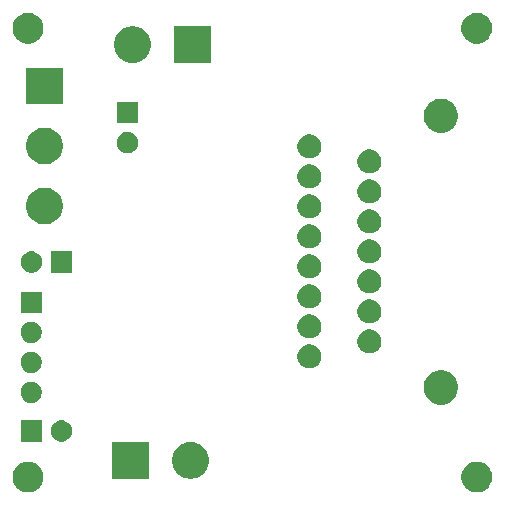
<source format=gbr>
G04 #@! TF.GenerationSoftware,KiCad,Pcbnew,5.1.5-52549c5~86~ubuntu16.04.1*
G04 #@! TF.CreationDate,2020-07-28T14:01:40+05:30*
G04 #@! TF.ProjectId,L298N_Motor_Driver_V1.0,4c323938-4e5f-44d6-9f74-6f725f447269,V1.0*
G04 #@! TF.SameCoordinates,Original*
G04 #@! TF.FileFunction,Soldermask,Bot*
G04 #@! TF.FilePolarity,Negative*
%FSLAX46Y46*%
G04 Gerber Fmt 4.6, Leading zero omitted, Abs format (unit mm)*
G04 Created by KiCad (PCBNEW 5.1.5-52549c5~86~ubuntu16.04.1) date 2020-07-28 14:01:40*
%MOMM*%
%LPD*%
G04 APERTURE LIST*
%ADD10C,0.100000*%
G04 APERTURE END LIST*
D10*
G36*
X159649887Y-110140396D02*
G01*
X159886653Y-110238468D01*
X159886655Y-110238469D01*
X160099739Y-110380847D01*
X160280953Y-110562061D01*
X160384261Y-110716672D01*
X160423332Y-110775147D01*
X160521404Y-111011913D01*
X160571400Y-111263261D01*
X160571400Y-111519539D01*
X160521404Y-111770887D01*
X160423332Y-112007653D01*
X160423331Y-112007655D01*
X160280953Y-112220739D01*
X160099739Y-112401953D01*
X159886655Y-112544331D01*
X159886654Y-112544332D01*
X159886653Y-112544332D01*
X159649887Y-112642404D01*
X159398539Y-112692400D01*
X159142261Y-112692400D01*
X158890913Y-112642404D01*
X158654147Y-112544332D01*
X158654146Y-112544332D01*
X158654145Y-112544331D01*
X158441061Y-112401953D01*
X158259847Y-112220739D01*
X158117469Y-112007655D01*
X158117468Y-112007653D01*
X158019396Y-111770887D01*
X157969400Y-111519539D01*
X157969400Y-111263261D01*
X158019396Y-111011913D01*
X158117468Y-110775147D01*
X158156540Y-110716672D01*
X158259847Y-110562061D01*
X158441061Y-110380847D01*
X158654145Y-110238469D01*
X158654147Y-110238468D01*
X158890913Y-110140396D01*
X159142261Y-110090400D01*
X159398539Y-110090400D01*
X159649887Y-110140396D01*
G37*
G36*
X121649887Y-110140396D02*
G01*
X121886653Y-110238468D01*
X121886655Y-110238469D01*
X122099739Y-110380847D01*
X122280953Y-110562061D01*
X122384261Y-110716672D01*
X122423332Y-110775147D01*
X122521404Y-111011913D01*
X122571400Y-111263261D01*
X122571400Y-111519539D01*
X122521404Y-111770887D01*
X122423332Y-112007653D01*
X122423331Y-112007655D01*
X122280953Y-112220739D01*
X122099739Y-112401953D01*
X121886655Y-112544331D01*
X121886654Y-112544332D01*
X121886653Y-112544332D01*
X121649887Y-112642404D01*
X121398539Y-112692400D01*
X121142261Y-112692400D01*
X120890913Y-112642404D01*
X120654147Y-112544332D01*
X120654146Y-112544332D01*
X120654145Y-112544331D01*
X120441061Y-112401953D01*
X120259847Y-112220739D01*
X120117469Y-112007655D01*
X120117468Y-112007653D01*
X120019396Y-111770887D01*
X119969400Y-111519539D01*
X119969400Y-111263261D01*
X120019396Y-111011913D01*
X120117468Y-110775147D01*
X120156540Y-110716672D01*
X120259847Y-110562061D01*
X120441061Y-110380847D01*
X120654145Y-110238469D01*
X120654147Y-110238468D01*
X120890913Y-110140396D01*
X121142261Y-110090400D01*
X121398539Y-110090400D01*
X121649887Y-110140396D01*
G37*
G36*
X135328985Y-108460802D02*
G01*
X135478810Y-108490604D01*
X135761074Y-108607521D01*
X136015105Y-108777259D01*
X136231141Y-108993295D01*
X136400879Y-109247326D01*
X136517796Y-109529590D01*
X136577400Y-109829240D01*
X136577400Y-110134760D01*
X136517796Y-110434410D01*
X136400879Y-110716674D01*
X136231141Y-110970705D01*
X136015105Y-111186741D01*
X135761074Y-111356479D01*
X135478810Y-111473396D01*
X135328985Y-111503198D01*
X135179161Y-111533000D01*
X134873639Y-111533000D01*
X134723815Y-111503198D01*
X134573990Y-111473396D01*
X134291726Y-111356479D01*
X134037695Y-111186741D01*
X133821659Y-110970705D01*
X133651921Y-110716674D01*
X133535004Y-110434410D01*
X133475400Y-110134760D01*
X133475400Y-109829240D01*
X133535004Y-109529590D01*
X133651921Y-109247326D01*
X133821659Y-108993295D01*
X134037695Y-108777259D01*
X134291726Y-108607521D01*
X134573990Y-108490604D01*
X134723815Y-108460802D01*
X134873639Y-108431000D01*
X135179161Y-108431000D01*
X135328985Y-108460802D01*
G37*
G36*
X131497400Y-111533000D02*
G01*
X128395400Y-111533000D01*
X128395400Y-108431000D01*
X131497400Y-108431000D01*
X131497400Y-111533000D01*
G37*
G36*
X124217912Y-106596727D02*
G01*
X124367212Y-106626424D01*
X124531184Y-106694344D01*
X124678754Y-106792947D01*
X124804253Y-106918446D01*
X124902856Y-107066016D01*
X124970776Y-107229988D01*
X125005400Y-107404059D01*
X125005400Y-107581541D01*
X124970776Y-107755612D01*
X124902856Y-107919584D01*
X124804253Y-108067154D01*
X124678754Y-108192653D01*
X124531184Y-108291256D01*
X124367212Y-108359176D01*
X124217912Y-108388873D01*
X124193142Y-108393800D01*
X124015658Y-108393800D01*
X123990888Y-108388873D01*
X123841588Y-108359176D01*
X123677616Y-108291256D01*
X123530046Y-108192653D01*
X123404547Y-108067154D01*
X123305944Y-107919584D01*
X123238024Y-107755612D01*
X123203400Y-107581541D01*
X123203400Y-107404059D01*
X123238024Y-107229988D01*
X123305944Y-107066016D01*
X123404547Y-106918446D01*
X123530046Y-106792947D01*
X123677616Y-106694344D01*
X123841588Y-106626424D01*
X123990888Y-106596727D01*
X124015658Y-106591800D01*
X124193142Y-106591800D01*
X124217912Y-106596727D01*
G37*
G36*
X122465400Y-108393800D02*
G01*
X120663400Y-108393800D01*
X120663400Y-106591800D01*
X122465400Y-106591800D01*
X122465400Y-108393800D01*
G37*
G36*
X156654841Y-102408360D02*
G01*
X156918905Y-102517739D01*
X157156558Y-102676534D01*
X157358666Y-102878642D01*
X157517461Y-103116295D01*
X157626840Y-103380359D01*
X157682600Y-103660688D01*
X157682600Y-103946512D01*
X157626840Y-104226841D01*
X157517461Y-104490905D01*
X157358666Y-104728558D01*
X157156558Y-104930666D01*
X156918905Y-105089461D01*
X156654841Y-105198840D01*
X156374512Y-105254600D01*
X156088688Y-105254600D01*
X155808359Y-105198840D01*
X155544295Y-105089461D01*
X155306642Y-104930666D01*
X155104534Y-104728558D01*
X154945739Y-104490905D01*
X154836360Y-104226841D01*
X154780600Y-103946512D01*
X154780600Y-103660688D01*
X154836360Y-103380359D01*
X154945739Y-103116295D01*
X155104534Y-102878642D01*
X155306642Y-102676534D01*
X155544295Y-102517739D01*
X155808359Y-102408360D01*
X156088688Y-102352600D01*
X156374512Y-102352600D01*
X156654841Y-102408360D01*
G37*
G36*
X121652512Y-103320127D02*
G01*
X121801812Y-103349824D01*
X121965784Y-103417744D01*
X122113354Y-103516347D01*
X122238853Y-103641846D01*
X122337456Y-103789416D01*
X122405376Y-103953388D01*
X122440000Y-104127459D01*
X122440000Y-104304941D01*
X122405376Y-104479012D01*
X122337456Y-104642984D01*
X122238853Y-104790554D01*
X122113354Y-104916053D01*
X121965784Y-105014656D01*
X121801812Y-105082576D01*
X121652512Y-105112273D01*
X121627742Y-105117200D01*
X121450258Y-105117200D01*
X121425488Y-105112273D01*
X121276188Y-105082576D01*
X121112216Y-105014656D01*
X120964646Y-104916053D01*
X120839147Y-104790554D01*
X120740544Y-104642984D01*
X120672624Y-104479012D01*
X120638000Y-104304941D01*
X120638000Y-104127459D01*
X120672624Y-103953388D01*
X120740544Y-103789416D01*
X120839147Y-103641846D01*
X120964646Y-103516347D01*
X121112216Y-103417744D01*
X121276188Y-103349824D01*
X121425488Y-103320127D01*
X121450258Y-103315200D01*
X121627742Y-103315200D01*
X121652512Y-103320127D01*
G37*
G36*
X121652512Y-100780127D02*
G01*
X121801812Y-100809824D01*
X121965784Y-100877744D01*
X122113354Y-100976347D01*
X122238853Y-101101846D01*
X122337456Y-101249416D01*
X122405376Y-101413388D01*
X122440000Y-101587459D01*
X122440000Y-101764941D01*
X122405376Y-101939012D01*
X122337456Y-102102984D01*
X122238853Y-102250554D01*
X122113354Y-102376053D01*
X121965784Y-102474656D01*
X121801812Y-102542576D01*
X121652512Y-102572273D01*
X121627742Y-102577200D01*
X121450258Y-102577200D01*
X121425488Y-102572273D01*
X121276188Y-102542576D01*
X121112216Y-102474656D01*
X120964646Y-102376053D01*
X120839147Y-102250554D01*
X120740544Y-102102984D01*
X120672624Y-101939012D01*
X120638000Y-101764941D01*
X120638000Y-101587459D01*
X120672624Y-101413388D01*
X120740544Y-101249416D01*
X120839147Y-101101846D01*
X120964646Y-100976347D01*
X121112216Y-100877744D01*
X121276188Y-100809824D01*
X121425488Y-100780127D01*
X121450258Y-100775200D01*
X121627742Y-100775200D01*
X121652512Y-100780127D01*
G37*
G36*
X145384072Y-100181628D02*
G01*
X145570791Y-100258970D01*
X145570793Y-100258971D01*
X145738837Y-100371254D01*
X145881746Y-100514163D01*
X145907185Y-100552236D01*
X145994030Y-100682209D01*
X146071372Y-100868928D01*
X146110800Y-101067147D01*
X146110800Y-101269253D01*
X146071372Y-101467472D01*
X146021672Y-101587458D01*
X145994029Y-101654193D01*
X145881746Y-101822237D01*
X145738837Y-101965146D01*
X145570793Y-102077429D01*
X145570792Y-102077430D01*
X145570791Y-102077430D01*
X145384072Y-102154772D01*
X145185853Y-102194200D01*
X144983747Y-102194200D01*
X144785528Y-102154772D01*
X144598809Y-102077430D01*
X144598808Y-102077430D01*
X144598807Y-102077429D01*
X144430763Y-101965146D01*
X144287854Y-101822237D01*
X144175571Y-101654193D01*
X144147928Y-101587458D01*
X144098228Y-101467472D01*
X144058800Y-101269253D01*
X144058800Y-101067147D01*
X144098228Y-100868928D01*
X144175570Y-100682209D01*
X144262415Y-100552236D01*
X144287854Y-100514163D01*
X144430763Y-100371254D01*
X144598807Y-100258971D01*
X144598809Y-100258970D01*
X144785528Y-100181628D01*
X144983747Y-100142200D01*
X145185853Y-100142200D01*
X145384072Y-100181628D01*
G37*
G36*
X150464072Y-98911628D02*
G01*
X150650791Y-98988970D01*
X150650793Y-98988971D01*
X150818837Y-99101254D01*
X150961746Y-99244163D01*
X151065212Y-99399012D01*
X151074030Y-99412209D01*
X151151372Y-99598928D01*
X151190800Y-99797147D01*
X151190800Y-99999253D01*
X151151372Y-100197472D01*
X151125898Y-100258971D01*
X151074029Y-100384193D01*
X150961746Y-100552237D01*
X150818837Y-100695146D01*
X150650793Y-100807429D01*
X150650792Y-100807430D01*
X150650791Y-100807430D01*
X150464072Y-100884772D01*
X150265853Y-100924200D01*
X150063747Y-100924200D01*
X149865528Y-100884772D01*
X149678809Y-100807430D01*
X149678808Y-100807430D01*
X149678807Y-100807429D01*
X149510763Y-100695146D01*
X149367854Y-100552237D01*
X149255571Y-100384193D01*
X149203702Y-100258971D01*
X149178228Y-100197472D01*
X149138800Y-99999253D01*
X149138800Y-99797147D01*
X149178228Y-99598928D01*
X149255570Y-99412209D01*
X149264388Y-99399012D01*
X149367854Y-99244163D01*
X149510763Y-99101254D01*
X149678807Y-98988971D01*
X149678809Y-98988970D01*
X149865528Y-98911628D01*
X150063747Y-98872200D01*
X150265853Y-98872200D01*
X150464072Y-98911628D01*
G37*
G36*
X121652512Y-98240127D02*
G01*
X121801812Y-98269824D01*
X121965784Y-98337744D01*
X122113354Y-98436347D01*
X122238853Y-98561846D01*
X122337456Y-98709416D01*
X122405376Y-98873388D01*
X122440000Y-99047459D01*
X122440000Y-99224941D01*
X122405376Y-99399012D01*
X122337456Y-99562984D01*
X122238853Y-99710554D01*
X122113354Y-99836053D01*
X121965784Y-99934656D01*
X121801812Y-100002576D01*
X121652512Y-100032273D01*
X121627742Y-100037200D01*
X121450258Y-100037200D01*
X121425488Y-100032273D01*
X121276188Y-100002576D01*
X121112216Y-99934656D01*
X120964646Y-99836053D01*
X120839147Y-99710554D01*
X120740544Y-99562984D01*
X120672624Y-99399012D01*
X120638000Y-99224941D01*
X120638000Y-99047459D01*
X120672624Y-98873388D01*
X120740544Y-98709416D01*
X120839147Y-98561846D01*
X120964646Y-98436347D01*
X121112216Y-98337744D01*
X121276188Y-98269824D01*
X121425488Y-98240127D01*
X121450258Y-98235200D01*
X121627742Y-98235200D01*
X121652512Y-98240127D01*
G37*
G36*
X145384072Y-97641628D02*
G01*
X145570791Y-97718970D01*
X145570793Y-97718971D01*
X145738837Y-97831254D01*
X145881746Y-97974163D01*
X145907185Y-98012236D01*
X145994030Y-98142209D01*
X146071372Y-98328928D01*
X146110800Y-98527147D01*
X146110800Y-98729253D01*
X146071372Y-98927472D01*
X146045898Y-98988971D01*
X145994029Y-99114193D01*
X145881746Y-99282237D01*
X145738837Y-99425146D01*
X145570793Y-99537429D01*
X145570792Y-99537430D01*
X145570791Y-99537430D01*
X145384072Y-99614772D01*
X145185853Y-99654200D01*
X144983747Y-99654200D01*
X144785528Y-99614772D01*
X144598809Y-99537430D01*
X144598808Y-99537430D01*
X144598807Y-99537429D01*
X144430763Y-99425146D01*
X144287854Y-99282237D01*
X144175571Y-99114193D01*
X144123702Y-98988971D01*
X144098228Y-98927472D01*
X144058800Y-98729253D01*
X144058800Y-98527147D01*
X144098228Y-98328928D01*
X144175570Y-98142209D01*
X144262415Y-98012236D01*
X144287854Y-97974163D01*
X144430763Y-97831254D01*
X144598807Y-97718971D01*
X144598809Y-97718970D01*
X144785528Y-97641628D01*
X144983747Y-97602200D01*
X145185853Y-97602200D01*
X145384072Y-97641628D01*
G37*
G36*
X150464072Y-96371628D02*
G01*
X150650791Y-96448970D01*
X150650793Y-96448971D01*
X150818837Y-96561254D01*
X150961746Y-96704163D01*
X150987185Y-96742236D01*
X151074030Y-96872209D01*
X151151372Y-97058928D01*
X151190800Y-97257147D01*
X151190800Y-97459253D01*
X151151372Y-97657472D01*
X151125898Y-97718971D01*
X151074029Y-97844193D01*
X150961746Y-98012237D01*
X150818837Y-98155146D01*
X150650793Y-98267429D01*
X150650792Y-98267430D01*
X150650791Y-98267430D01*
X150464072Y-98344772D01*
X150265853Y-98384200D01*
X150063747Y-98384200D01*
X149865528Y-98344772D01*
X149678809Y-98267430D01*
X149678808Y-98267430D01*
X149678807Y-98267429D01*
X149510763Y-98155146D01*
X149367854Y-98012237D01*
X149255571Y-97844193D01*
X149203702Y-97718971D01*
X149178228Y-97657472D01*
X149138800Y-97459253D01*
X149138800Y-97257147D01*
X149178228Y-97058928D01*
X149255570Y-96872209D01*
X149342415Y-96742236D01*
X149367854Y-96704163D01*
X149510763Y-96561254D01*
X149678807Y-96448971D01*
X149678809Y-96448970D01*
X149865528Y-96371628D01*
X150063747Y-96332200D01*
X150265853Y-96332200D01*
X150464072Y-96371628D01*
G37*
G36*
X122440000Y-97497200D02*
G01*
X120638000Y-97497200D01*
X120638000Y-95695200D01*
X122440000Y-95695200D01*
X122440000Y-97497200D01*
G37*
G36*
X145384072Y-95101628D02*
G01*
X145570791Y-95178970D01*
X145570793Y-95178971D01*
X145738837Y-95291254D01*
X145881746Y-95434163D01*
X145907185Y-95472236D01*
X145994030Y-95602209D01*
X146071372Y-95788928D01*
X146110800Y-95987147D01*
X146110800Y-96189253D01*
X146071372Y-96387472D01*
X146045898Y-96448971D01*
X145994029Y-96574193D01*
X145881746Y-96742237D01*
X145738837Y-96885146D01*
X145570793Y-96997429D01*
X145570792Y-96997430D01*
X145570791Y-96997430D01*
X145384072Y-97074772D01*
X145185853Y-97114200D01*
X144983747Y-97114200D01*
X144785528Y-97074772D01*
X144598809Y-96997430D01*
X144598808Y-96997430D01*
X144598807Y-96997429D01*
X144430763Y-96885146D01*
X144287854Y-96742237D01*
X144175571Y-96574193D01*
X144123702Y-96448971D01*
X144098228Y-96387472D01*
X144058800Y-96189253D01*
X144058800Y-95987147D01*
X144098228Y-95788928D01*
X144175570Y-95602209D01*
X144262415Y-95472236D01*
X144287854Y-95434163D01*
X144430763Y-95291254D01*
X144598807Y-95178971D01*
X144598809Y-95178970D01*
X144785528Y-95101628D01*
X144983747Y-95062200D01*
X145185853Y-95062200D01*
X145384072Y-95101628D01*
G37*
G36*
X150464072Y-93831628D02*
G01*
X150650791Y-93908970D01*
X150650793Y-93908971D01*
X150818837Y-94021254D01*
X150961746Y-94164163D01*
X150987185Y-94202236D01*
X151074030Y-94332209D01*
X151151372Y-94518928D01*
X151190800Y-94717147D01*
X151190800Y-94919253D01*
X151151372Y-95117472D01*
X151125898Y-95178971D01*
X151074029Y-95304193D01*
X150961746Y-95472237D01*
X150818837Y-95615146D01*
X150650793Y-95727429D01*
X150650792Y-95727430D01*
X150650791Y-95727430D01*
X150464072Y-95804772D01*
X150265853Y-95844200D01*
X150063747Y-95844200D01*
X149865528Y-95804772D01*
X149678809Y-95727430D01*
X149678808Y-95727430D01*
X149678807Y-95727429D01*
X149510763Y-95615146D01*
X149367854Y-95472237D01*
X149255571Y-95304193D01*
X149203702Y-95178971D01*
X149178228Y-95117472D01*
X149138800Y-94919253D01*
X149138800Y-94717147D01*
X149178228Y-94518928D01*
X149255570Y-94332209D01*
X149342415Y-94202236D01*
X149367854Y-94164163D01*
X149510763Y-94021254D01*
X149678807Y-93908971D01*
X149678809Y-93908970D01*
X149865528Y-93831628D01*
X150063747Y-93792200D01*
X150265853Y-93792200D01*
X150464072Y-93831628D01*
G37*
G36*
X145384072Y-92561628D02*
G01*
X145570791Y-92638970D01*
X145570793Y-92638971D01*
X145738837Y-92751254D01*
X145881746Y-92894163D01*
X145905550Y-92929789D01*
X145994030Y-93062209D01*
X146071372Y-93248928D01*
X146110800Y-93447147D01*
X146110800Y-93649253D01*
X146071372Y-93847472D01*
X146045898Y-93908971D01*
X145994029Y-94034193D01*
X145881746Y-94202237D01*
X145738837Y-94345146D01*
X145570793Y-94457429D01*
X145570792Y-94457430D01*
X145570791Y-94457430D01*
X145384072Y-94534772D01*
X145185853Y-94574200D01*
X144983747Y-94574200D01*
X144785528Y-94534772D01*
X144598809Y-94457430D01*
X144598808Y-94457430D01*
X144598807Y-94457429D01*
X144430763Y-94345146D01*
X144287854Y-94202237D01*
X144175571Y-94034193D01*
X144123702Y-93908971D01*
X144098228Y-93847472D01*
X144058800Y-93649253D01*
X144058800Y-93447147D01*
X144098228Y-93248928D01*
X144175570Y-93062209D01*
X144264050Y-92929789D01*
X144287854Y-92894163D01*
X144430763Y-92751254D01*
X144598807Y-92638971D01*
X144598809Y-92638970D01*
X144785528Y-92561628D01*
X144983747Y-92522200D01*
X145185853Y-92522200D01*
X145384072Y-92561628D01*
G37*
G36*
X125005400Y-94093600D02*
G01*
X123203400Y-94093600D01*
X123203400Y-92291600D01*
X125005400Y-92291600D01*
X125005400Y-94093600D01*
G37*
G36*
X121677912Y-92296527D02*
G01*
X121827212Y-92326224D01*
X121991184Y-92394144D01*
X122138754Y-92492747D01*
X122264253Y-92618246D01*
X122362856Y-92765816D01*
X122430776Y-92929788D01*
X122465400Y-93103859D01*
X122465400Y-93281341D01*
X122430776Y-93455412D01*
X122362856Y-93619384D01*
X122264253Y-93766954D01*
X122138754Y-93892453D01*
X121991184Y-93991056D01*
X121827212Y-94058976D01*
X121677912Y-94088673D01*
X121653142Y-94093600D01*
X121475658Y-94093600D01*
X121450888Y-94088673D01*
X121301588Y-94058976D01*
X121137616Y-93991056D01*
X120990046Y-93892453D01*
X120864547Y-93766954D01*
X120765944Y-93619384D01*
X120698024Y-93455412D01*
X120663400Y-93281341D01*
X120663400Y-93103859D01*
X120698024Y-92929788D01*
X120765944Y-92765816D01*
X120864547Y-92618246D01*
X120990046Y-92492747D01*
X121137616Y-92394144D01*
X121301588Y-92326224D01*
X121450888Y-92296527D01*
X121475658Y-92291600D01*
X121653142Y-92291600D01*
X121677912Y-92296527D01*
G37*
G36*
X150464072Y-91291628D02*
G01*
X150650791Y-91368970D01*
X150650793Y-91368971D01*
X150818837Y-91481254D01*
X150961746Y-91624163D01*
X150987185Y-91662236D01*
X151074030Y-91792209D01*
X151151372Y-91978928D01*
X151190800Y-92177147D01*
X151190800Y-92379253D01*
X151151372Y-92577472D01*
X151125898Y-92638971D01*
X151074029Y-92764193D01*
X150961746Y-92932237D01*
X150818837Y-93075146D01*
X150650793Y-93187429D01*
X150650792Y-93187430D01*
X150650791Y-93187430D01*
X150464072Y-93264772D01*
X150265853Y-93304200D01*
X150063747Y-93304200D01*
X149865528Y-93264772D01*
X149678809Y-93187430D01*
X149678808Y-93187430D01*
X149678807Y-93187429D01*
X149510763Y-93075146D01*
X149367854Y-92932237D01*
X149255571Y-92764193D01*
X149203702Y-92638971D01*
X149178228Y-92577472D01*
X149138800Y-92379253D01*
X149138800Y-92177147D01*
X149178228Y-91978928D01*
X149255570Y-91792209D01*
X149342415Y-91662236D01*
X149367854Y-91624163D01*
X149510763Y-91481254D01*
X149678807Y-91368971D01*
X149678809Y-91368970D01*
X149865528Y-91291628D01*
X150063747Y-91252200D01*
X150265853Y-91252200D01*
X150464072Y-91291628D01*
G37*
G36*
X145384072Y-90021628D02*
G01*
X145570791Y-90098970D01*
X145570793Y-90098971D01*
X145738837Y-90211254D01*
X145881746Y-90354163D01*
X145907185Y-90392236D01*
X145994030Y-90522209D01*
X146071372Y-90708928D01*
X146110800Y-90907147D01*
X146110800Y-91109253D01*
X146071372Y-91307472D01*
X146045898Y-91368971D01*
X145994029Y-91494193D01*
X145881746Y-91662237D01*
X145738837Y-91805146D01*
X145570793Y-91917429D01*
X145570792Y-91917430D01*
X145570791Y-91917430D01*
X145384072Y-91994772D01*
X145185853Y-92034200D01*
X144983747Y-92034200D01*
X144785528Y-91994772D01*
X144598809Y-91917430D01*
X144598808Y-91917430D01*
X144598807Y-91917429D01*
X144430763Y-91805146D01*
X144287854Y-91662237D01*
X144175571Y-91494193D01*
X144123702Y-91368971D01*
X144098228Y-91307472D01*
X144058800Y-91109253D01*
X144058800Y-90907147D01*
X144098228Y-90708928D01*
X144175570Y-90522209D01*
X144262415Y-90392236D01*
X144287854Y-90354163D01*
X144430763Y-90211254D01*
X144598807Y-90098971D01*
X144598809Y-90098970D01*
X144785528Y-90021628D01*
X144983747Y-89982200D01*
X145185853Y-89982200D01*
X145384072Y-90021628D01*
G37*
G36*
X150464072Y-88751628D02*
G01*
X150650791Y-88828970D01*
X150650793Y-88828971D01*
X150818837Y-88941254D01*
X150961746Y-89084163D01*
X151024094Y-89177474D01*
X151074030Y-89252209D01*
X151151372Y-89438928D01*
X151190800Y-89637147D01*
X151190800Y-89839253D01*
X151151372Y-90037472D01*
X151125898Y-90098971D01*
X151074029Y-90224193D01*
X150961746Y-90392237D01*
X150818837Y-90535146D01*
X150650793Y-90647429D01*
X150650792Y-90647430D01*
X150650791Y-90647430D01*
X150464072Y-90724772D01*
X150265853Y-90764200D01*
X150063747Y-90764200D01*
X149865528Y-90724772D01*
X149678809Y-90647430D01*
X149678808Y-90647430D01*
X149678807Y-90647429D01*
X149510763Y-90535146D01*
X149367854Y-90392237D01*
X149255571Y-90224193D01*
X149203702Y-90098971D01*
X149178228Y-90037472D01*
X149138800Y-89839253D01*
X149138800Y-89637147D01*
X149178228Y-89438928D01*
X149255570Y-89252209D01*
X149305506Y-89177474D01*
X149367854Y-89084163D01*
X149510763Y-88941254D01*
X149678807Y-88828971D01*
X149678809Y-88828970D01*
X149865528Y-88751628D01*
X150063747Y-88712200D01*
X150265853Y-88712200D01*
X150464072Y-88751628D01*
G37*
G36*
X122924843Y-86914771D02*
G01*
X123109010Y-86951404D01*
X123391274Y-87068321D01*
X123645305Y-87238059D01*
X123861341Y-87454095D01*
X124031079Y-87708126D01*
X124147996Y-87990390D01*
X124207600Y-88290040D01*
X124207600Y-88595560D01*
X124147996Y-88895210D01*
X124031079Y-89177474D01*
X123861341Y-89431505D01*
X123645305Y-89647541D01*
X123391274Y-89817279D01*
X123109010Y-89934196D01*
X122959185Y-89963998D01*
X122809361Y-89993800D01*
X122503839Y-89993800D01*
X122354015Y-89963998D01*
X122204190Y-89934196D01*
X121921926Y-89817279D01*
X121667895Y-89647541D01*
X121451859Y-89431505D01*
X121282121Y-89177474D01*
X121165204Y-88895210D01*
X121105600Y-88595560D01*
X121105600Y-88290040D01*
X121165204Y-87990390D01*
X121282121Y-87708126D01*
X121451859Y-87454095D01*
X121667895Y-87238059D01*
X121921926Y-87068321D01*
X122204190Y-86951404D01*
X122388357Y-86914771D01*
X122503839Y-86891800D01*
X122809361Y-86891800D01*
X122924843Y-86914771D01*
G37*
G36*
X145384072Y-87481628D02*
G01*
X145570791Y-87558970D01*
X145570793Y-87558971D01*
X145738837Y-87671254D01*
X145881746Y-87814163D01*
X145907185Y-87852236D01*
X145994030Y-87982209D01*
X146071372Y-88168928D01*
X146110800Y-88367147D01*
X146110800Y-88569253D01*
X146071372Y-88767472D01*
X146045898Y-88828971D01*
X145994029Y-88954193D01*
X145881746Y-89122237D01*
X145738837Y-89265146D01*
X145570793Y-89377429D01*
X145570792Y-89377430D01*
X145570791Y-89377430D01*
X145384072Y-89454772D01*
X145185853Y-89494200D01*
X144983747Y-89494200D01*
X144785528Y-89454772D01*
X144598809Y-89377430D01*
X144598808Y-89377430D01*
X144598807Y-89377429D01*
X144430763Y-89265146D01*
X144287854Y-89122237D01*
X144175571Y-88954193D01*
X144123702Y-88828971D01*
X144098228Y-88767472D01*
X144058800Y-88569253D01*
X144058800Y-88367147D01*
X144098228Y-88168928D01*
X144175570Y-87982209D01*
X144262415Y-87852236D01*
X144287854Y-87814163D01*
X144430763Y-87671254D01*
X144598807Y-87558971D01*
X144598809Y-87558970D01*
X144785528Y-87481628D01*
X144983747Y-87442200D01*
X145185853Y-87442200D01*
X145384072Y-87481628D01*
G37*
G36*
X150464072Y-86211628D02*
G01*
X150650791Y-86288970D01*
X150650793Y-86288971D01*
X150818837Y-86401254D01*
X150961746Y-86544163D01*
X150987185Y-86582236D01*
X151074030Y-86712209D01*
X151151372Y-86898928D01*
X151190800Y-87097147D01*
X151190800Y-87299253D01*
X151151372Y-87497472D01*
X151125898Y-87558971D01*
X151074029Y-87684193D01*
X150961746Y-87852237D01*
X150818837Y-87995146D01*
X150650793Y-88107429D01*
X150650792Y-88107430D01*
X150650791Y-88107430D01*
X150464072Y-88184772D01*
X150265853Y-88224200D01*
X150063747Y-88224200D01*
X149865528Y-88184772D01*
X149678809Y-88107430D01*
X149678808Y-88107430D01*
X149678807Y-88107429D01*
X149510763Y-87995146D01*
X149367854Y-87852237D01*
X149255571Y-87684193D01*
X149203702Y-87558971D01*
X149178228Y-87497472D01*
X149138800Y-87299253D01*
X149138800Y-87097147D01*
X149178228Y-86898928D01*
X149255570Y-86712209D01*
X149342415Y-86582236D01*
X149367854Y-86544163D01*
X149510763Y-86401254D01*
X149678807Y-86288971D01*
X149678809Y-86288970D01*
X149865528Y-86211628D01*
X150063747Y-86172200D01*
X150265853Y-86172200D01*
X150464072Y-86211628D01*
G37*
G36*
X145384072Y-84941628D02*
G01*
X145570791Y-85018970D01*
X145570793Y-85018971D01*
X145738837Y-85131254D01*
X145881746Y-85274163D01*
X145907185Y-85312236D01*
X145994030Y-85442209D01*
X146071372Y-85628928D01*
X146110800Y-85827147D01*
X146110800Y-86029253D01*
X146071372Y-86227472D01*
X146045898Y-86288971D01*
X145994029Y-86414193D01*
X145881746Y-86582237D01*
X145738837Y-86725146D01*
X145570793Y-86837429D01*
X145570792Y-86837430D01*
X145570791Y-86837430D01*
X145384072Y-86914772D01*
X145185853Y-86954200D01*
X144983747Y-86954200D01*
X144785528Y-86914772D01*
X144598809Y-86837430D01*
X144598808Y-86837430D01*
X144598807Y-86837429D01*
X144430763Y-86725146D01*
X144287854Y-86582237D01*
X144175571Y-86414193D01*
X144123702Y-86288971D01*
X144098228Y-86227472D01*
X144058800Y-86029253D01*
X144058800Y-85827147D01*
X144098228Y-85628928D01*
X144175570Y-85442209D01*
X144262415Y-85312236D01*
X144287854Y-85274163D01*
X144430763Y-85131254D01*
X144598807Y-85018971D01*
X144598809Y-85018970D01*
X144785528Y-84941628D01*
X144983747Y-84902200D01*
X145185853Y-84902200D01*
X145384072Y-84941628D01*
G37*
G36*
X150464072Y-83671628D02*
G01*
X150650791Y-83748970D01*
X150650793Y-83748971D01*
X150818837Y-83861254D01*
X150961746Y-84004163D01*
X151024094Y-84097474D01*
X151074030Y-84172209D01*
X151151372Y-84358928D01*
X151190800Y-84557147D01*
X151190800Y-84759253D01*
X151151372Y-84957472D01*
X151125898Y-85018971D01*
X151074029Y-85144193D01*
X150961746Y-85312237D01*
X150818837Y-85455146D01*
X150650793Y-85567429D01*
X150650792Y-85567430D01*
X150650791Y-85567430D01*
X150464072Y-85644772D01*
X150265853Y-85684200D01*
X150063747Y-85684200D01*
X149865528Y-85644772D01*
X149678809Y-85567430D01*
X149678808Y-85567430D01*
X149678807Y-85567429D01*
X149510763Y-85455146D01*
X149367854Y-85312237D01*
X149255571Y-85144193D01*
X149203702Y-85018971D01*
X149178228Y-84957472D01*
X149138800Y-84759253D01*
X149138800Y-84557147D01*
X149178228Y-84358928D01*
X149255570Y-84172209D01*
X149305506Y-84097474D01*
X149367854Y-84004163D01*
X149510763Y-83861254D01*
X149678807Y-83748971D01*
X149678809Y-83748970D01*
X149865528Y-83671628D01*
X150063747Y-83632200D01*
X150265853Y-83632200D01*
X150464072Y-83671628D01*
G37*
G36*
X122959185Y-81841602D02*
G01*
X123109010Y-81871404D01*
X123391274Y-81988321D01*
X123645305Y-82158059D01*
X123861341Y-82374095D01*
X124031079Y-82628126D01*
X124144607Y-82902209D01*
X124147996Y-82910391D01*
X124200062Y-83172141D01*
X124207600Y-83210040D01*
X124207600Y-83515560D01*
X124147996Y-83815210D01*
X124031079Y-84097474D01*
X123861341Y-84351505D01*
X123645305Y-84567541D01*
X123391274Y-84737279D01*
X123109010Y-84854196D01*
X122959185Y-84883998D01*
X122809361Y-84913800D01*
X122503839Y-84913800D01*
X122354015Y-84883998D01*
X122204190Y-84854196D01*
X121921926Y-84737279D01*
X121667895Y-84567541D01*
X121451859Y-84351505D01*
X121282121Y-84097474D01*
X121165204Y-83815210D01*
X121105600Y-83515560D01*
X121105600Y-83210040D01*
X121113139Y-83172141D01*
X121165204Y-82910391D01*
X121168593Y-82902209D01*
X121282121Y-82628126D01*
X121451859Y-82374095D01*
X121667895Y-82158059D01*
X121921926Y-81988321D01*
X122204190Y-81871404D01*
X122354015Y-81841602D01*
X122503839Y-81811800D01*
X122809361Y-81811800D01*
X122959185Y-81841602D01*
G37*
G36*
X145384072Y-82401628D02*
G01*
X145570791Y-82478970D01*
X145570793Y-82478971D01*
X145738837Y-82591254D01*
X145881746Y-82734163D01*
X145994029Y-82902207D01*
X145994030Y-82902209D01*
X146071372Y-83088928D01*
X146110800Y-83287147D01*
X146110800Y-83489253D01*
X146071372Y-83687472D01*
X146045898Y-83748971D01*
X145994029Y-83874193D01*
X145881746Y-84042237D01*
X145738837Y-84185146D01*
X145570793Y-84297429D01*
X145570792Y-84297430D01*
X145570791Y-84297430D01*
X145384072Y-84374772D01*
X145185853Y-84414200D01*
X144983747Y-84414200D01*
X144785528Y-84374772D01*
X144598809Y-84297430D01*
X144598808Y-84297430D01*
X144598807Y-84297429D01*
X144430763Y-84185146D01*
X144287854Y-84042237D01*
X144175571Y-83874193D01*
X144123702Y-83748971D01*
X144098228Y-83687472D01*
X144058800Y-83489253D01*
X144058800Y-83287147D01*
X144098228Y-83088928D01*
X144175570Y-82902209D01*
X144175571Y-82902207D01*
X144287854Y-82734163D01*
X144430763Y-82591254D01*
X144598807Y-82478971D01*
X144598809Y-82478970D01*
X144785528Y-82401628D01*
X144983747Y-82362200D01*
X145185853Y-82362200D01*
X145384072Y-82401628D01*
G37*
G36*
X129805912Y-82187327D02*
G01*
X129955212Y-82217024D01*
X130119184Y-82284944D01*
X130266754Y-82383547D01*
X130392253Y-82509046D01*
X130490856Y-82656616D01*
X130558776Y-82820588D01*
X130593400Y-82994659D01*
X130593400Y-83172141D01*
X130558776Y-83346212D01*
X130490856Y-83510184D01*
X130392253Y-83657754D01*
X130266754Y-83783253D01*
X130119184Y-83881856D01*
X129955212Y-83949776D01*
X129805912Y-83979473D01*
X129781142Y-83984400D01*
X129603658Y-83984400D01*
X129578888Y-83979473D01*
X129429588Y-83949776D01*
X129265616Y-83881856D01*
X129118046Y-83783253D01*
X128992547Y-83657754D01*
X128893944Y-83510184D01*
X128826024Y-83346212D01*
X128791400Y-83172141D01*
X128791400Y-82994659D01*
X128826024Y-82820588D01*
X128893944Y-82656616D01*
X128992547Y-82509046D01*
X129118046Y-82383547D01*
X129265616Y-82284944D01*
X129429588Y-82217024D01*
X129578888Y-82187327D01*
X129603658Y-82182400D01*
X129781142Y-82182400D01*
X129805912Y-82187327D01*
G37*
G36*
X156654841Y-79408360D02*
G01*
X156918905Y-79517739D01*
X157156558Y-79676534D01*
X157358666Y-79878642D01*
X157517461Y-80116295D01*
X157626840Y-80380359D01*
X157682600Y-80660688D01*
X157682600Y-80946512D01*
X157626840Y-81226841D01*
X157517461Y-81490905D01*
X157358666Y-81728558D01*
X157156558Y-81930666D01*
X156918905Y-82089461D01*
X156654841Y-82198840D01*
X156374512Y-82254600D01*
X156088688Y-82254600D01*
X155808359Y-82198840D01*
X155544295Y-82089461D01*
X155306642Y-81930666D01*
X155104534Y-81728558D01*
X154945739Y-81490905D01*
X154836360Y-81226841D01*
X154780600Y-80946512D01*
X154780600Y-80660688D01*
X154836360Y-80380359D01*
X154945739Y-80116295D01*
X155104534Y-79878642D01*
X155306642Y-79676534D01*
X155544295Y-79517739D01*
X155808359Y-79408360D01*
X156088688Y-79352600D01*
X156374512Y-79352600D01*
X156654841Y-79408360D01*
G37*
G36*
X130593400Y-81444400D02*
G01*
X128791400Y-81444400D01*
X128791400Y-79642400D01*
X130593400Y-79642400D01*
X130593400Y-81444400D01*
G37*
G36*
X124207600Y-79833800D02*
G01*
X121105600Y-79833800D01*
X121105600Y-76731800D01*
X124207600Y-76731800D01*
X124207600Y-79833800D01*
G37*
G36*
X130426785Y-73256402D02*
G01*
X130576610Y-73286204D01*
X130858874Y-73403121D01*
X131112905Y-73572859D01*
X131328941Y-73788895D01*
X131498679Y-74042926D01*
X131615596Y-74325190D01*
X131675200Y-74624840D01*
X131675200Y-74930360D01*
X131615596Y-75230010D01*
X131498679Y-75512274D01*
X131328941Y-75766305D01*
X131112905Y-75982341D01*
X130858874Y-76152079D01*
X130576610Y-76268996D01*
X130426785Y-76298798D01*
X130276961Y-76328600D01*
X129971439Y-76328600D01*
X129821615Y-76298798D01*
X129671790Y-76268996D01*
X129389526Y-76152079D01*
X129135495Y-75982341D01*
X128919459Y-75766305D01*
X128749721Y-75512274D01*
X128632804Y-75230010D01*
X128573200Y-74930360D01*
X128573200Y-74624840D01*
X128632804Y-74325190D01*
X128749721Y-74042926D01*
X128919459Y-73788895D01*
X129135495Y-73572859D01*
X129389526Y-73403121D01*
X129671790Y-73286204D01*
X129821615Y-73256402D01*
X129971439Y-73226600D01*
X130276961Y-73226600D01*
X130426785Y-73256402D01*
G37*
G36*
X136755200Y-76328600D02*
G01*
X133653200Y-76328600D01*
X133653200Y-73226600D01*
X136755200Y-73226600D01*
X136755200Y-76328600D01*
G37*
G36*
X121649887Y-72140396D02*
G01*
X121886653Y-72238468D01*
X121886655Y-72238469D01*
X122099739Y-72380847D01*
X122280953Y-72562061D01*
X122423332Y-72775147D01*
X122521404Y-73011913D01*
X122571400Y-73263261D01*
X122571400Y-73519539D01*
X122521404Y-73770887D01*
X122513944Y-73788896D01*
X122423331Y-74007655D01*
X122280953Y-74220739D01*
X122099739Y-74401953D01*
X121886655Y-74544331D01*
X121886654Y-74544332D01*
X121886653Y-74544332D01*
X121649887Y-74642404D01*
X121398539Y-74692400D01*
X121142261Y-74692400D01*
X120890913Y-74642404D01*
X120654147Y-74544332D01*
X120654146Y-74544332D01*
X120654145Y-74544331D01*
X120441061Y-74401953D01*
X120259847Y-74220739D01*
X120117469Y-74007655D01*
X120026856Y-73788896D01*
X120019396Y-73770887D01*
X119969400Y-73519539D01*
X119969400Y-73263261D01*
X120019396Y-73011913D01*
X120117468Y-72775147D01*
X120259847Y-72562061D01*
X120441061Y-72380847D01*
X120654145Y-72238469D01*
X120654147Y-72238468D01*
X120890913Y-72140396D01*
X121142261Y-72090400D01*
X121398539Y-72090400D01*
X121649887Y-72140396D01*
G37*
G36*
X159649887Y-72140396D02*
G01*
X159886653Y-72238468D01*
X159886655Y-72238469D01*
X160099739Y-72380847D01*
X160280953Y-72562061D01*
X160423332Y-72775147D01*
X160521404Y-73011913D01*
X160571400Y-73263261D01*
X160571400Y-73519539D01*
X160521404Y-73770887D01*
X160513944Y-73788896D01*
X160423331Y-74007655D01*
X160280953Y-74220739D01*
X160099739Y-74401953D01*
X159886655Y-74544331D01*
X159886654Y-74544332D01*
X159886653Y-74544332D01*
X159649887Y-74642404D01*
X159398539Y-74692400D01*
X159142261Y-74692400D01*
X158890913Y-74642404D01*
X158654147Y-74544332D01*
X158654146Y-74544332D01*
X158654145Y-74544331D01*
X158441061Y-74401953D01*
X158259847Y-74220739D01*
X158117469Y-74007655D01*
X158026856Y-73788896D01*
X158019396Y-73770887D01*
X157969400Y-73519539D01*
X157969400Y-73263261D01*
X158019396Y-73011913D01*
X158117468Y-72775147D01*
X158259847Y-72562061D01*
X158441061Y-72380847D01*
X158654145Y-72238469D01*
X158654147Y-72238468D01*
X158890913Y-72140396D01*
X159142261Y-72090400D01*
X159398539Y-72090400D01*
X159649887Y-72140396D01*
G37*
M02*

</source>
